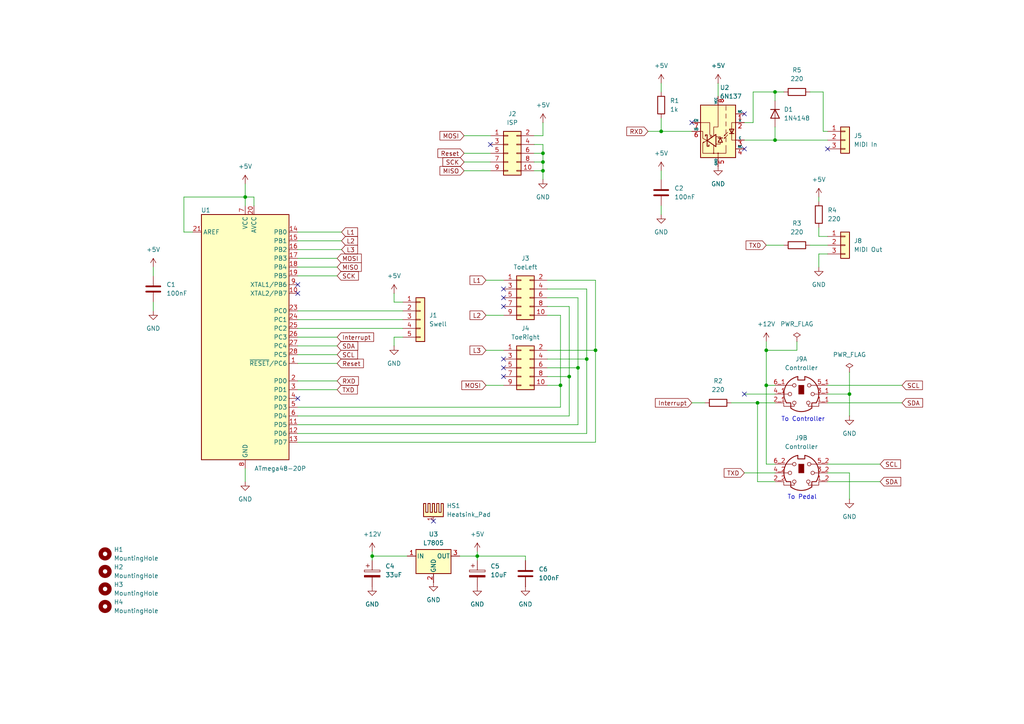
<source format=kicad_sch>
(kicad_sch (version 20231120) (generator "eeschema") (generator_version "8.0")
  (paper "A4")
  (lib_symbols
    (symbol "Connector_Generic:Conn_01x03" (pin_names (offset 1.016) hide)
      (property "Reference" "J" (at 0 5.08 0))
      (property "Value" "Conn_01x03" (at 0 -5.08 0))
      (symbol "Conn_01x03_1_1"
        (rectangle (start -1.27 -2.413) (end 0 -2.667) (stroke (width 0.1524)))
        (rectangle (start -1.27 0.127) (end 0 -0.127) (stroke (width 0.1524)))
        (rectangle (start -1.27 2.667) (end 0 2.413) (stroke (width 0.1524)))
        (rectangle (start -1.27 3.81) (end 1.27 -3.81) (stroke (width 0.254)) (fill (type background)))
        (pin passive line (at -5.08 2.54 0) (length 3.81) (name "Pin_1") (number "1"))
        (pin passive line (at -5.08 0 0) (length 3.81) (name "Pin_2") (number "2"))
        (pin passive line (at -5.08 -2.54 0) (length 3.81) (name "Pin_3") (number "3"))
      )
    )
    (symbol "Connector_Generic:Conn_01x05" (pin_names (offset 1.016) hide)
      (property "Reference" "J" (at 0 7.62 0))
      (property "Value" "Conn_01x05" (at 0 -7.62 0))
      (symbol "Conn_01x05_1_1"
        (rectangle (start -1.27 -4.953) (end 0 -5.207) (stroke (width 0.1524)))
        (rectangle (start -1.27 -2.413) (end 0 -2.667) (stroke (width 0.1524)))
        (rectangle (start -1.27 0.127) (end 0 -0.127) (stroke (width 0.1524)))
        (rectangle (start -1.27 2.667) (end 0 2.413) (stroke (width 0.1524)))
        (rectangle (start -1.27 5.207) (end 0 4.953) (stroke (width 0.1524)))
        (rectangle (start -1.27 6.35) (end 1.27 -6.35) (stroke (width 0.254)) (fill (type background)))
        (pin passive line (at -5.08 5.08 0) (length 3.81) (name "Pin_1") (number "1"))
        (pin passive line (at -5.08 2.54 0) (length 3.81) (name "Pin_2") (number "2"))
        (pin passive line (at -5.08 0 0) (length 3.81) (name "Pin_3") (number "3"))
        (pin passive line (at -5.08 -2.54 0) (length 3.81) (name "Pin_4") (number "4"))
        (pin passive line (at -5.08 -5.08 0) (length 3.81) (name "Pin_5") (number "5"))
      )
    )
    (symbol "Connector_Generic:Conn_02x05_Odd_Even" (pin_names (offset 1.016) hide)
      (property "Reference" "J" (at 1.27 7.62 0))
      (property "Value" "Conn_02x05_Odd_Even" (at 1.27 -7.62 0))
      (symbol "Conn_02x05_Odd_Even_1_1"
        (rectangle (start -1.27 -4.953) (end 0 -5.207) (stroke (width 0.1524)))
        (rectangle (start -1.27 -2.413) (end 0 -2.667) (stroke (width 0.1524)))
        (rectangle (start -1.27 0.127) (end 0 -0.127) (stroke (width 0.1524)))
        (rectangle (start -1.27 2.667) (end 0 2.413) (stroke (width 0.1524)))
        (rectangle (start -1.27 5.207) (end 0 4.953) (stroke (width 0.1524)))
        (rectangle (start -1.27 6.35) (end 3.81 -6.35) (stroke (width 0.254)) (fill (type background)))
        (rectangle (start 3.81 -4.953) (end 2.54 -5.207) (stroke (width 0.1524)))
        (rectangle (start 3.81 -2.413) (end 2.54 -2.667) (stroke (width 0.1524)))
        (rectangle (start 3.81 0.127) (end 2.54 -0.127) (stroke (width 0.1524)))
        (rectangle (start 3.81 2.667) (end 2.54 2.413) (stroke (width 0.1524)))
        (rectangle (start 3.81 5.207) (end 2.54 4.953) (stroke (width 0.1524)))
        (pin passive line (at -5.08 5.08 0) (length 3.81) (name "Pin_1") (number "1"))
        (pin passive line (at 7.62 -5.08 180) (length 3.81) (name "Pin_10") (number "10"))
        (pin passive line (at 7.62 5.08 180) (length 3.81) (name "Pin_2") (number "2"))
        (pin passive line (at -5.08 2.54 0) (length 3.81) (name "Pin_3") (number "3"))
        (pin passive line (at 7.62 2.54 180) (length 3.81) (name "Pin_4") (number "4"))
        (pin passive line (at -5.08 0 0) (length 3.81) (name "Pin_5") (number "5"))
        (pin passive line (at 7.62 0 180) (length 3.81) (name "Pin_6") (number "6"))
        (pin passive line (at -5.08 -2.54 0) (length 3.81) (name "Pin_7") (number "7"))
        (pin passive line (at 7.62 -2.54 180) (length 3.81) (name "Pin_8") (number "8"))
        (pin passive line (at -5.08 -5.08 0) (length 3.81) (name "Pin_9") (number "9"))
      )
    )
    (symbol "Custom_Symbols:Mini-DIN-2x6" (pin_names (offset 1.016))
      (property "Reference" "J" (at 0 6.35 0))
      (property "Value" "Mini-DIN-2x6" (at 0 -6.35 0))
      (symbol "Mini-DIN-2x6_0_1"
        (circle (center -3.302 0) (radius 0.508))
        (arc (start -3.048 -4.064) (mid 0 -5.08) (end 3.048 -4.064) (stroke (width 0.254)))
        (circle (center -2.032 -2.54) (radius 0.508))
        (circle (center -2.032 2.54) (radius 0.508))
        (arc (start -1.016 5.08) (mid -4.6228 2.1214) (end -4.318 -2.54) (stroke (width 0.254)))
        (rectangle (start -0.762 2.54) (end 0.762 0) (fill (type outline)))
        (polyline (pts (xy -3.81 0) (xy -5.08 0)))
        (polyline (pts (xy -2.54 2.54) (xy -5.08 2.54)))
        (polyline (pts (xy 2.794 2.54) (xy 5.08 2.54)))
        (polyline (pts (xy 5.08 0) (xy 3.81 0)))
        (polyline (pts (xy -4.318 -2.54) (xy -3.048 -2.54) (xy -3.048 -4.064)) (stroke (width 0.254)))
        (polyline (pts (xy 4.318 -2.54) (xy 3.048 -2.54) (xy 3.048 -4.064)) (stroke (width 0.254)))
        (polyline (pts (xy -2.032 -3.048) (xy -2.032 -3.556) (xy -5.08 -3.556) (xy -5.08 -2.54)))
        (polyline (pts (xy -1.016 5.08) (xy -1.016 4.064) (xy 1.016 4.064) (xy 1.016 5.08)) (stroke (width 0.254)))
        (polyline (pts (xy 2.032 -3.048) (xy 2.032 -3.556) (xy 5.08 -3.556) (xy 5.08 -2.54)))
        (circle (center 2.032 -2.54) (radius 0.508))
        (circle (center 2.286 2.54) (radius 0.508))
        (circle (center 3.302 0) (radius 0.508))
        (arc (start 4.318 -2.54) (mid 4.6661 2.1322) (end 1.016 5.08) (stroke (width 0.254)))
      )
      (symbol "Mini-DIN-2x6_1_1"
        (pin passive line (at 7.62 -2.54 180) (length 2.54) (name "~") (number "1_1"))
        (pin passive line (at -7.62 -2.54 0) (length 2.54) (name "~") (number "2_1"))
        (pin passive line (at 7.62 0 180) (length 2.54) (name "~") (number "3_1"))
        (pin passive line (at -7.62 0 0) (length 2.54) (name "~") (number "4_1"))
        (pin passive line (at 7.62 2.54 180) (length 2.54) (name "~") (number "5_1"))
        (pin passive line (at -7.62 2.54 0) (length 2.54) (name "~") (number "6_1"))
      )
      (symbol "Mini-DIN-2x6_2_1"
        (pin passive line (at 7.62 -2.54 180) (length 2.54) (name "~") (number "1_2"))
        (pin passive line (at -7.62 -2.54 0) (length 2.54) (name "~") (number "2_2"))
        (pin passive line (at 7.62 0 180) (length 2.54) (name "~") (number "3_2"))
        (pin passive line (at -7.62 0 0) (length 2.54) (name "~") (number "4_2"))
        (pin passive line (at 7.62 2.54 180) (length 2.54) (name "~") (number "5_2"))
        (pin passive line (at -7.62 2.54 0) (length 2.54) (name "~") (number "6_2"))
      )
    )
    (symbol "Device:C" (pin_numbers hide) (pin_names (offset 0.254))
      (property "Reference" "C" (at 0.635 2.54 0))
      (property "Value" "C" (at 0.635 -2.54 0))
      (symbol "C_0_1"
        (polyline (pts (xy -2.032 -0.762) (xy 2.032 -0.762)) (stroke (width 0.508)))
        (polyline (pts (xy -2.032 0.762) (xy 2.032 0.762)) (stroke (width 0.508)))
      )
      (symbol "C_1_1"
        (pin passive line (at 0 3.81 270) (length 2.794) (name "~") (number "1"))
        (pin passive line (at 0 -3.81 90) (length 2.794) (name "~") (number "2"))
      )
    )
    (symbol "Device:C_Polarized" (pin_numbers hide) (pin_names (offset 0.254))
      (property "Reference" "C" (at 0.635 2.54 0))
      (property "Value" "C_Polarized" (at 0.635 -2.54 0))
      (symbol "C_Polarized_0_1"
        (rectangle (start -2.286 0.508) (end 2.286 1.016))
        (polyline (pts (xy -1.778 2.286) (xy -0.762 2.286)))
        (polyline (pts (xy -1.27 2.794) (xy -1.27 1.778)))
        (rectangle (start 2.286 -0.508) (end -2.286 -1.016) (fill (type outline)))
      )
      (symbol "C_Polarized_1_1"
        (pin passive line (at 0 3.81 270) (length 2.794) (name "~") (number "1"))
        (pin passive line (at 0 -3.81 90) (length 2.794) (name "~") (number "2"))
      )
    )
    (symbol "Device:R" (pin_numbers hide) (pin_names (offset 0))
      (property "Reference" "R" (at 2.032 0 90))
      (property "Value" "R" (at 0 0 90))
      (symbol "R_0_1"
        (rectangle (start -1.016 -2.54) (end 1.016 2.54) (stroke (width 0.254)))
      )
      (symbol "R_1_1"
        (pin passive line (at 0 3.81 270) (length 1.27) (name "~") (number "1"))
        (pin passive line (at 0 -3.81 90) (length 1.27) (name "~") (number "2"))
      )
    )
    (symbol "Diode:1N4148" (pin_numbers hide) (pin_names hide)
      (property "Reference" "D" (at 0 2.54 0))
      (property "Value" "1N4148" (at 0 -2.54 0))
      (symbol "1N4148_0_1"
        (polyline (pts (xy -1.27 1.27) (xy -1.27 -1.27)) (stroke (width 0.254)))
        (polyline (pts (xy 1.27 0) (xy -1.27 0)))
        (polyline (pts (xy 1.27 1.27) (xy 1.27 -1.27) (xy -1.27 0) (xy 1.27 1.27)) (stroke (width 0.254)))
      )
      (symbol "1N4148_1_1"
        (pin passive line (at -3.81 0 0) (length 2.54) (name "K") (number "1"))
        (pin passive line (at 3.81 0 180) (length 2.54) (name "A") (number "2"))
      )
    )
    (symbol "Isolator:6N137" (pin_names (offset 0))
      (property "Reference" "U" (at -4.064 8.89 0))
      (property "Value" "6N137" (at 0 -8.89 0))
      (symbol "6N137_0_1"
        (polyline (pts (xy 0 -6.35) (xy -2.286 -6.35) (xy -2.286 -4.064)))
        (polyline (pts (xy -5.08 -2.54) (xy -3.937 -2.54) (xy -3.937 2.54) (xy -5.08 2.54)))
        (polyline (pts (xy 1.27 -5.08) (xy 1.27 -6.35) (xy 0 -6.35) (xy 0 -7.62)))
        (polyline (pts (xy 3.175 -2.667) (xy 0.635 -4.445) (xy 0.635 -0.889) (xy 3.175 -2.667)) (stroke (width 0.254)))
        (polyline (pts (xy -2.794 -1.016) (xy -1.717 -2.093) (xy -2.076 -1.914) (xy -1.896 -1.734) (xy -1.717 -2.093)))
        (polyline (pts (xy -2.794 -0.254) (xy -1.717 -1.331) (xy -2.076 -1.152) (xy -1.896 -0.972) (xy -1.717 -1.331)))
      )
      (symbol "6N137_1_1"
        (rectangle (start -5.08 7.62) (end 5.08 -7.62) (stroke (width 0.254)) (fill (type background)))
        (circle (center 0 -6.35) (radius 0.127) (fill (type outline)))
        (polyline (pts (xy -4.572 -0.635) (xy -3.302 -0.635)) (stroke (width 0.254)))
        (polyline (pts (xy -2.286 -1.778) (xy -2.286 -3.048)))
        (polyline (pts (xy -2.286 0.508) (xy -2.286 -0.762)))
        (polyline (pts (xy -2.286 2.794) (xy -2.286 1.524)))
        (polyline (pts (xy -2.286 5.08) (xy -2.286 3.81)))
        (polyline (pts (xy -2.286 7.366) (xy -2.286 6.096)))
        (polyline (pts (xy -1.27 -1.905) (xy 0 -1.905)) (stroke (width 0.254)))
        (polyline (pts (xy -0.635 -3.302) (xy -0.635 -3.683) (xy 0.635 -3.683)))
        (polyline (pts (xy -0.635 -1.905) (xy -0.635 -1.524) (xy 0.508 -1.524)))
        (polyline (pts (xy 1.27 -4.064) (xy 1.27 -6.35) (xy 4.445 -6.35)))
        (polyline (pts (xy 3.175 -2.667) (xy 4.445 -3.302) (xy 4.445 -6.35)))
        (polyline (pts (xy -3.937 -0.635) (xy -4.572 0.635) (xy -3.302 0.635) (xy -3.937 -0.635)) (stroke (width 0.254)))
        (polyline (pts (xy -0.635 -1.905) (xy -1.27 -3.175) (xy 0 -3.175) (xy -0.635 -1.905)) (stroke (width 0.254)))
        (polyline (pts (xy 1.27 -1.27) (xy 1.27 1.27) (xy 0 1.27) (xy 0 7.62)))
        (polyline (pts (xy 2.1844 -1.1684) (xy 2.413 -0.889) (xy 2.413 2.54) (xy 5.08 2.54)))
        (polyline (pts (xy 3.175 -2.667) (xy 3.175 -4.318) (xy 2.667 -4.318) (xy 2.667 -3.937)) (stroke (width 0.254)))
        (polyline (pts (xy 3.175 -2.667) (xy 3.175 -1.016) (xy 3.683 -1.016) (xy 3.683 -1.397)) (stroke (width 0.254)))
        (polyline (pts (xy 3.175 -2.667) (xy 4.445 -2.032) (xy 4.445 0) (xy 5.08 0)))
        (polyline (pts (xy 4.445 -3.302) (xy 4.161 -3.018) (xy 4.047 -3.246) (xy 4.445 -3.302)) (stroke (width 0.127)) (fill (type outline)))
        (circle (center 1.27 -6.35) (radius 0.127) (fill (type outline)))
        (circle (center 2.032 -1.397) (radius 0.254))
        (pin passive line (at -7.62 5.08 0) (length 2.54) (name "NC") (number "1"))
        (pin passive line (at -7.62 2.54 0) (length 2.54) (name "A") (number "2"))
        (pin passive line (at -7.62 -2.54 0) (length 2.54) (name "C") (number "3"))
        (pin passive line (at -7.62 -5.08 0) (length 2.54) (name "NC") (number "4"))
        (pin power_in line (at 0 -10.16 90) (length 2.54) (name "GND") (number "5"))
        (pin open_collector line (at 7.62 0 180) (length 2.54) (name "VO") (number "6"))
        (pin input line (at 7.62 2.54 180) (length 2.54) (name "EN") (number "7"))
        (pin power_in line (at 0 10.16 270) (length 2.54) (name "VCC") (number "8"))
      )
    )
    (symbol "MCU_Microchip_ATmega:ATmega48-20P"
      (property "Reference" "U" (at -12.7 36.83 0))
      (property "Value" "ATmega48-20P" (at 2.54 -36.83 0))
      (symbol "ATmega48-20P_0_1"
        (rectangle (start -12.7 -35.56) (end 12.7 35.56) (stroke (width 0.254)) (fill (type background)))
      )
      (symbol "ATmega48-20P_1_1"
        (pin bidirectional line (at 15.24 -7.62 180) (length 2.54) (name "~{RESET}/PC6") (number "1"))
        (pin bidirectional line (at 15.24 12.7 180) (length 2.54) (name "XTAL2/PB7") (number "10"))
        (pin bidirectional line (at 15.24 -25.4 180) (length 2.54) (name "PD5") (number "11"))
        (pin bidirectional line (at 15.24 -27.94 180) (length 2.54) (name "PD6") (number "12"))
        (pin bidirectional line (at 15.24 -30.48 180) (length 2.54) (name "PD7") (number "13"))
        (pin bidirectional line (at 15.24 30.48 180) (length 2.54) (name "PB0") (number "14"))
        (pin bidirectional line (at 15.24 27.94 180) (length 2.54) (name "PB1") (number "15"))
        (pin bidirectional line (at 15.24 25.4 180) (length 2.54) (name "PB2") (number "16"))
        (pin bidirectional line (at 15.24 22.86 180) (length 2.54) (name "PB3") (number "17"))
        (pin bidirectional line (at 15.24 20.32 180) (length 2.54) (name "PB4") (number "18"))
        (pin bidirectional line (at 15.24 17.78 180) (length 2.54) (name "PB5") (number "19"))
        (pin bidirectional line (at 15.24 -12.7 180) (length 2.54) (name "PD0") (number "2"))
        (pin power_in line (at 2.54 38.1 270) (length 2.54) (name "AVCC") (number "20"))
        (pin passive line (at -15.24 30.48 0) (length 2.54) (name "AREF") (number "21"))
        (pin passive line (at 0 -38.1 90) (length 2.54) hide (name "GND") (number "22"))
        (pin bidirectional line (at 15.24 7.62 180) (length 2.54) (name "PC0") (number "23"))
        (pin bidirectional line (at 15.24 5.08 180) (length 2.54) (name "PC1") (number "24"))
        (pin bidirectional line (at 15.24 2.54 180) (length 2.54) (name "PC2") (number "25"))
        (pin bidirectional line (at 15.24 0 180) (length 2.54) (name "PC3") (number "26"))
        (pin bidirectional line (at 15.24 -2.54 180) (length 2.54) (name "PC4") (number "27"))
        (pin bidirectional line (at 15.24 -5.08 180) (length 2.54) (name "PC5") (number "28"))
        (pin bidirectional line (at 15.24 -15.24 180) (length 2.54) (name "PD1") (number "3"))
        (pin bidirectional line (at 15.24 -17.78 180) (length 2.54) (name "PD2") (number "4"))
        (pin bidirectional line (at 15.24 -20.32 180) (length 2.54) (name "PD3") (number "5"))
        (pin bidirectional line (at 15.24 -22.86 180) (length 2.54) (name "PD4") (number "6"))
        (pin power_in line (at 0 38.1 270) (length 2.54) (name "VCC") (number "7"))
        (pin power_in line (at 0 -38.1 90) (length 2.54) (name "GND") (number "8"))
        (pin bidirectional line (at 15.24 15.24 180) (length 2.54) (name "XTAL1/PB6") (number "9"))
      )
    )
    (symbol "Mechanical:Heatsink_Pad" (pin_names (offset 0))
      (property "Reference" "HS" (at 0 5.715 0))
      (property "Value" "Heatsink_Pad" (at 0 3.81 0))
      (symbol "Heatsink_Pad_0_1"
        (polyline (pts (xy -0.3302 0) (xy -0.9652 0) (xy -0.9652 2.54) (xy -1.6002 2.54) (xy -1.6002 0) (xy -2.2352 0) (xy -2.2352 2.54) (xy -2.8702 2.54) (xy -2.8702 -1.27) (xy -0.9652 -1.27)) (stroke (width 0.254)) (fill (type background)))
        (polyline (pts (xy -0.3302 0) (xy -0.3302 2.54) (xy 0.3048 2.54) (xy 0.3048 0) (xy 0.9398 0) (xy 0.9398 2.54) (xy 1.5748 2.54) (xy 1.5748 0) (xy 2.2098 0) (xy 2.2098 2.54) (xy 2.8448 2.54) (xy 2.8448 -1.27) (xy -0.9652 -1.27)) (stroke (width 0.254)) (fill (type background)))
      )
      (symbol "Heatsink_Pad_1_1"
        (pin passive line (at 0 -2.54 90) (length 1.27) (name "~") (number "1"))
      )
    )
    (symbol "Mechanical:MountingHole" (pin_names (offset 1.016))
      (property "Reference" "H" (at 0 5.08 0))
      (property "Value" "MountingHole" (at 0 3.175 0))
      (symbol "MountingHole_0_1"
        (circle (center 0 0) (radius 1.27) (stroke (width 1.27)))
      )
    )
    (symbol "Regulator_Linear:L7805" (pin_names (offset 0.254))
      (property "Reference" "U" (at -3.81 3.175 0))
      (property "Value" "L7805" (at 0 3.175 0))
      (symbol "L7805_0_1"
        (rectangle (start -5.08 1.905) (end 5.08 -5.08) (stroke (width 0.254)) (fill (type background)))
      )
      (symbol "L7805_1_1"
        (pin power_in line (at -7.62 0 0) (length 2.54) (name "IN") (number "1"))
        (pin power_in line (at 0 -7.62 90) (length 2.54) (name "GND") (number "2"))
        (pin power_out line (at 7.62 0 180) (length 2.54) (name "OUT") (number "3"))
      )
    )
    (symbol "power:+12V" (power) (pin_numbers hide) (pin_names (offset 0) hide)
      (property "Value" "+12V" (at 0 3.556 0))
      (symbol "+12V_0_1"
        (polyline (pts (xy -0.762 1.27) (xy 0 2.54)))
        (polyline (pts (xy 0 0) (xy 0 2.54)))
        (polyline (pts (xy 0 2.54) (xy 0.762 1.27)))
      )
      (symbol "+12V_1_1"
        (pin power_in line (at 0 0 90) (length 0) (name "~") (number "1"))
      )
    )
    (symbol "power:+5V" (power) (pin_numbers hide) (pin_names (offset 0) hide)
      (property "Value" "+5V" (at 0 3.556 0))
      (symbol "+5V_0_1"
        (polyline (pts (xy -0.762 1.27) (xy 0 2.54)))
        (polyline (pts (xy 0 0) (xy 0 2.54)))
        (polyline (pts (xy 0 2.54) (xy 0.762 1.27)))
      )
      (symbol "+5V_1_1"
        (pin power_in line (at 0 0 90) (length 0) (name "~") (number "1"))
      )
    )
    (symbol "power:GND" (power) (pin_numbers hide) (pin_names (offset 0) hide)
      (property "Value" "GND" (at 0 -3.81 0))
      (symbol "GND_0_1"
        (polyline (pts (xy 0 0) (xy 0 -1.27) (xy 1.27 -1.27) (xy 0 -2.54) (xy -1.27 -1.27) (xy 0 -1.27)))
      )
      (symbol "GND_1_1"
        (pin power_in line (at 0 0 270) (length 0) (name "~") (number "1"))
      )
    )
    (symbol "power:PWR_FLAG" (power) (pin_numbers hide) (pin_names (offset 0) hide)
      (property "Value" "PWR_FLAG" (at 0 3.81 0))
      (symbol "PWR_FLAG_0_0"
        (pin power_out line (at 0 0 90) (length 0) (name "~") (number "1"))
      )
      (symbol "PWR_FLAG_0_1"
        (polyline (pts (xy 0 0) (xy 0 1.27) (xy -1.016 1.905) (xy 0 2.54) (xy 1.016 1.905) (xy 0 1.27)))
      )
    )
  )
  (junction (at 157.48 46.99))
  (junction (at 157.48 49.53))
  (junction (at 172.72 101.6))
  (junction (at 224.79 26.67))
  (junction (at 246.38 114.3))
  (junction (at 107.95 161.29))
  (junction (at 219.71 116.84))
  (junction (at 71.12 57.15))
  (junction (at 222.25 101.6))
  (junction (at 224.79 40.64))
  (junction (at 191.77 38.1))
  (junction (at 165.1 109.22))
  (junction (at 170.18 104.14))
  (junction (at 167.64 106.68))
  (junction (at 162.56 111.76))
  (junction (at 138.43 161.29))
  (junction (at 157.48 44.45))
  (junction (at 222.25 111.76))
  (no_connect (at 200.66 35.56))
  (no_connect (at 146.05 109.22))
  (no_connect (at 215.9 33.02))
  (no_connect (at 146.05 104.14))
  (no_connect (at 146.05 106.68))
  (no_connect (at 146.05 88.9))
  (no_connect (at 215.9 43.18))
  (no_connect (at 215.9 114.3))
  (no_connect (at 86.36 115.57))
  (no_connect (at 86.36 82.55))
  (no_connect (at 86.36 85.09))
  (no_connect (at 142.24 41.91))
  (no_connect (at 240.03 43.18))
  (no_connect (at 146.05 86.36))
  (no_connect (at 146.05 83.82))
  (no_connect (at 125.73 151.13))
  (wire (pts (xy 167.64 106.68) (xy 167.64 123.19)))
  (wire (pts (xy 157.48 44.45) (xy 157.48 46.99)))
  (wire (pts (xy 138.43 161.29) (xy 152.4 161.29)))
  (wire (pts (xy 224.79 114.3) (xy 215.9 114.3)))
  (wire (pts (xy 240.03 139.7) (xy 255.27 139.7)))
  (wire (pts (xy 240.03 114.3) (xy 246.38 114.3)))
  (wire (pts (xy 158.75 91.44) (xy 162.56 91.44)))
  (wire (pts (xy 71.12 135.89) (xy 71.12 139.7)))
  (wire (pts (xy 157.48 39.37) (xy 157.48 35.56)))
  (wire (pts (xy 219.71 139.7) (xy 224.79 139.7)))
  (wire (pts (xy 73.66 57.15) (xy 73.66 59.69)))
  (wire (pts (xy 246.38 114.3) (xy 246.38 120.65)))
  (wire (pts (xy 234.95 71.12) (xy 240.03 71.12)))
  (wire (pts (xy 224.79 116.84) (xy 219.71 116.84)))
  (wire (pts (xy 222.25 101.6) (xy 222.25 111.76)))
  (wire (pts (xy 167.64 86.36) (xy 167.64 106.68)))
  (wire (pts (xy 86.36 110.49) (xy 97.79 110.49)))
  (wire (pts (xy 191.77 49.53) (xy 191.77 52.07)))
  (wire (pts (xy 170.18 83.82) (xy 158.75 83.82)))
  (wire (pts (xy 86.36 113.03) (xy 97.79 113.03)))
  (wire (pts (xy 133.35 161.29) (xy 138.43 161.29)))
  (wire (pts (xy 158.75 86.36) (xy 167.64 86.36)))
  (wire (pts (xy 165.1 88.9) (xy 158.75 88.9)))
  (wire (pts (xy 238.76 26.67) (xy 234.95 26.67)))
  (wire (pts (xy 134.62 39.37) (xy 142.24 39.37)))
  (wire (pts (xy 71.12 53.34) (xy 71.12 57.15)))
  (wire (pts (xy 158.75 104.14) (xy 170.18 104.14)))
  (wire (pts (xy 157.48 49.53) (xy 157.48 52.07)))
  (wire (pts (xy 114.3 97.79) (xy 114.3 100.33)))
  (wire (pts (xy 53.34 57.15) (xy 71.12 57.15)))
  (wire (pts (xy 237.49 68.58) (xy 240.03 68.58)))
  (wire (pts (xy 154.94 49.53) (xy 157.48 49.53)))
  (wire (pts (xy 215.9 35.56) (xy 218.44 35.56)))
  (wire (pts (xy 44.45 77.47) (xy 44.45 80.01)))
  (wire (pts (xy 86.36 90.17) (xy 116.84 90.17)))
  (wire (pts (xy 140.97 81.28) (xy 146.05 81.28)))
  (wire (pts (xy 140.97 101.6) (xy 146.05 101.6)))
  (wire (pts (xy 86.36 120.65) (xy 165.1 120.65)))
  (wire (pts (xy 237.49 77.47) (xy 237.49 73.66)))
  (wire (pts (xy 86.36 100.33) (xy 97.79 100.33)))
  (wire (pts (xy 162.56 91.44) (xy 162.56 111.76)))
  (wire (pts (xy 86.36 102.87) (xy 97.79 102.87)))
  (wire (pts (xy 86.36 123.19) (xy 167.64 123.19)))
  (wire (pts (xy 86.36 118.11) (xy 162.56 118.11)))
  (wire (pts (xy 154.94 46.99) (xy 157.48 46.99)))
  (wire (pts (xy 191.77 38.1) (xy 200.66 38.1)))
  (wire (pts (xy 224.79 26.67) (xy 224.79 29.21)))
  (wire (pts (xy 238.76 38.1) (xy 238.76 26.67)))
  (wire (pts (xy 86.36 128.27) (xy 172.72 128.27)))
  (wire (pts (xy 140.97 91.44) (xy 146.05 91.44)))
  (wire (pts (xy 114.3 87.63) (xy 116.84 87.63)))
  (wire (pts (xy 158.75 101.6) (xy 172.72 101.6)))
  (wire (pts (xy 240.03 137.16) (xy 246.38 137.16)))
  (wire (pts (xy 231.14 101.6) (xy 222.25 101.6)))
  (wire (pts (xy 86.36 67.31) (xy 99.06 67.31)))
  (wire (pts (xy 71.12 57.15) (xy 73.66 57.15)))
  (wire (pts (xy 138.43 160.02) (xy 138.43 161.29)))
  (wire (pts (xy 219.71 116.84) (xy 219.71 139.7)))
  (wire (pts (xy 86.36 125.73) (xy 170.18 125.73)))
  (wire (pts (xy 107.95 160.02) (xy 107.95 161.29)))
  (wire (pts (xy 107.95 161.29) (xy 118.11 161.29)))
  (wire (pts (xy 240.03 38.1) (xy 238.76 38.1)))
  (wire (pts (xy 86.36 72.39) (xy 99.06 72.39)))
  (wire (pts (xy 224.79 26.67) (xy 227.33 26.67)))
  (wire (pts (xy 208.28 24.13) (xy 208.28 27.94)))
  (wire (pts (xy 53.34 67.31) (xy 53.34 57.15)))
  (wire (pts (xy 187.96 38.1) (xy 191.77 38.1)))
  (wire (pts (xy 86.36 69.85) (xy 99.06 69.85)))
  (wire (pts (xy 55.88 67.31) (xy 53.34 67.31)))
  (wire (pts (xy 165.1 120.65) (xy 165.1 109.22)))
  (wire (pts (xy 158.75 111.76) (xy 162.56 111.76)))
  (wire (pts (xy 158.75 109.22) (xy 165.1 109.22)))
  (wire (pts (xy 86.36 95.25) (xy 116.84 95.25)))
  (wire (pts (xy 222.25 111.76) (xy 222.25 134.62)))
  (wire (pts (xy 86.36 74.93) (xy 97.79 74.93)))
  (wire (pts (xy 154.94 44.45) (xy 157.48 44.45)))
  (wire (pts (xy 222.25 71.12) (xy 227.33 71.12)))
  (wire (pts (xy 191.77 59.69) (xy 191.77 62.23)))
  (wire (pts (xy 200.66 116.84) (xy 204.47 116.84)))
  (wire (pts (xy 237.49 57.15) (xy 237.49 58.42)))
  (wire (pts (xy 154.94 39.37) (xy 157.48 39.37)))
  (wire (pts (xy 215.9 40.64) (xy 224.79 40.64)))
  (wire (pts (xy 170.18 125.73) (xy 170.18 104.14)))
  (wire (pts (xy 237.49 73.66) (xy 240.03 73.66)))
  (wire (pts (xy 224.79 111.76) (xy 222.25 111.76)))
  (wire (pts (xy 224.79 40.64) (xy 240.03 40.64)))
  (wire (pts (xy 215.9 137.16) (xy 224.79 137.16)))
  (wire (pts (xy 222.25 99.06) (xy 222.25 101.6)))
  (wire (pts (xy 107.95 162.56) (xy 107.95 161.29)))
  (wire (pts (xy 116.84 97.79) (xy 114.3 97.79)))
  (wire (pts (xy 172.72 81.28) (xy 172.72 101.6)))
  (wire (pts (xy 240.03 111.76) (xy 261.62 111.76)))
  (wire (pts (xy 152.4 162.56) (xy 152.4 161.29)))
  (wire (pts (xy 172.72 101.6) (xy 172.72 128.27)))
  (wire (pts (xy 154.94 41.91) (xy 157.48 41.91)))
  (wire (pts (xy 218.44 26.67) (xy 224.79 26.67)))
  (wire (pts (xy 86.36 97.79) (xy 97.79 97.79)))
  (wire (pts (xy 86.36 77.47) (xy 97.79 77.47)))
  (wire (pts (xy 86.36 105.41) (xy 97.79 105.41)))
  (wire (pts (xy 86.36 92.71) (xy 116.84 92.71)))
  (wire (pts (xy 138.43 161.29) (xy 138.43 162.56)))
  (wire (pts (xy 140.97 111.76) (xy 146.05 111.76)))
  (wire (pts (xy 231.14 99.06) (xy 231.14 101.6)))
  (wire (pts (xy 212.09 116.84) (xy 219.71 116.84)))
  (wire (pts (xy 114.3 85.09) (xy 114.3 87.63)))
  (wire (pts (xy 222.25 134.62) (xy 224.79 134.62)))
  (wire (pts (xy 224.79 36.83) (xy 224.79 40.64)))
  (wire (pts (xy 71.12 57.15) (xy 71.12 59.69)))
  (wire (pts (xy 134.62 44.45) (xy 142.24 44.45)))
  (wire (pts (xy 246.38 137.16) (xy 246.38 144.78)))
  (wire (pts (xy 157.48 46.99) (xy 157.48 49.53)))
  (wire (pts (xy 218.44 35.56) (xy 218.44 26.67)))
  (wire (pts (xy 134.62 46.99) (xy 142.24 46.99)))
  (wire (pts (xy 162.56 111.76) (xy 162.56 118.11)))
  (wire (pts (xy 158.75 106.68) (xy 167.64 106.68)))
  (wire (pts (xy 240.03 116.84) (xy 261.62 116.84)))
  (wire (pts (xy 86.36 80.01) (xy 97.79 80.01)))
  (wire (pts (xy 240.03 134.62) (xy 255.27 134.62)))
  (wire (pts (xy 134.62 49.53) (xy 142.24 49.53)))
  (wire (pts (xy 157.48 41.91) (xy 157.48 44.45)))
  (wire (pts (xy 44.45 87.63) (xy 44.45 90.17)))
  (wire (pts (xy 165.1 109.22) (xy 165.1 88.9)))
  (wire (pts (xy 170.18 104.14) (xy 170.18 83.82)))
  (wire (pts (xy 246.38 107.95) (xy 246.38 114.3)))
  (wire (pts (xy 191.77 24.13) (xy 191.77 26.67)))
  (wire (pts (xy 237.49 66.04) (xy 237.49 68.58)))
  (wire (pts (xy 158.75 81.28) (xy 172.72 81.28)))
  (wire (pts (xy 191.77 34.29) (xy 191.77 38.1)))
  (text "To Controller" (at 232.918 121.666 0) (effects (font (size 1.27 1.27))))
  (text "To Pedal" (at 232.664 144.272 0) (effects (font (size 1.27 1.27))))
  (global_label "MOSI" (shape input) (at 97.79 74.93 0) (property "Intersheetrefs" "${INTERSHEET_REFS}" (effects (hide yes))))
  (global_label "Interrupt" (shape input) (at 97.79 97.79 0) (property "Intersheetrefs" "${INTERSHEET_REFS}" (effects (hide yes))))
  (global_label "RXD" (shape input) (at 97.79 110.49 0) (property "Intersheetrefs" "${INTERSHEET_REFS}" (effects (hide yes))))
  (global_label "L1" (shape input) (at 99.06 67.31 0) (property "Intersheetrefs" "${INTERSHEET_REFS}" (effects (hide yes))))
  (global_label "TXD" (shape input) (at 97.79 113.03 0) (property "Intersheetrefs" "${INTERSHEET_REFS}" (effects (hide yes))))
  (global_label "SDA" (shape input) (at 261.62 116.84 0) (property "Intersheetrefs" "${INTERSHEET_REFS}" (effects (hide yes))))
  (global_label "RXD" (shape input) (at 187.96 38.1 180) (property "Intersheetrefs" "${INTERSHEET_REFS}" (effects (hide yes))))
  (global_label "MOSI" (shape input) (at 140.97 111.76 180) (property "Intersheetrefs" "${INTERSHEET_REFS}" (effects (hide yes))))
  (global_label "SCL" (shape input) (at 255.27 134.62 0) (property "Intersheetrefs" "${INTERSHEET_REFS}" (effects (hide yes))))
  (global_label "L3" (shape input) (at 140.97 101.6 180) (property "Intersheetrefs" "${INTERSHEET_REFS}" (effects (hide yes))))
  (global_label "L2" (shape input) (at 99.06 69.85 0) (property "Intersheetrefs" "${INTERSHEET_REFS}" (effects (hide yes))))
  (global_label "Reset" (shape input) (at 97.79 105.41 0) (property "Intersheetrefs" "${INTERSHEET_REFS}" (effects (hide yes))))
  (global_label "MISO" (shape input) (at 134.62 49.53 180) (property "Intersheetrefs" "${INTERSHEET_REFS}" (effects (hide yes))))
  (global_label "Reset" (shape input) (at 134.62 44.45 180) (property "Intersheetrefs" "${INTERSHEET_REFS}" (effects (hide yes))))
  (global_label "L3" (shape input) (at 99.06 72.39 0) (property "Intersheetrefs" "${INTERSHEET_REFS}" (effects (hide yes))))
  (global_label "SCK" (shape input) (at 97.79 80.01 0) (property "Intersheetrefs" "${INTERSHEET_REFS}" (effects (hide yes))))
  (global_label "TXD" (shape input) (at 215.9 137.16 180) (property "Intersheetrefs" "${INTERSHEET_REFS}" (effects (hide yes))))
  (global_label "SDA" (shape input) (at 97.79 100.33 0) (property "Intersheetrefs" "${INTERSHEET_REFS}" (effects (hide yes))))
  (global_label "L2" (shape input) (at 140.97 91.44 180) (property "Intersheetrefs" "${INTERSHEET_REFS}" (effects (hide yes))))
  (global_label "Interrupt" (shape input) (at 200.66 116.84 180) (property "Intersheetrefs" "${INTERSHEET_REFS}" (effects (hide yes))))
  (global_label "SCL" (shape input) (at 261.62 111.76 0) (property "Intersheetrefs" "${INTERSHEET_REFS}" (effects (hide yes))))
  (global_label "L1" (shape input) (at 140.97 81.28 180) (property "Intersheetrefs" "${INTERSHEET_REFS}" (effects (hide yes))))
  (global_label "MOSI" (shape input) (at 134.62 39.37 180) (property "Intersheetrefs" "${INTERSHEET_REFS}" (effects (hide yes))))
  (global_label "SDA" (shape input) (at 255.27 139.7 0) (property "Intersheetrefs" "${INTERSHEET_REFS}" (effects (hide yes))))
  (global_label "MISO" (shape input) (at 97.79 77.47 0) (property "Intersheetrefs" "${INTERSHEET_REFS}" (effects (hide yes))))
  (global_label "SCK" (shape input) (at 134.62 46.99 180) (property "Intersheetrefs" "${INTERSHEET_REFS}" (effects (hide yes))))
  (global_label "SCL" (shape input) (at 97.79 102.87 0) (property "Intersheetrefs" "${INTERSHEET_REFS}" (effects (hide yes))))
  (global_label "TXD" (shape input) (at 222.25 71.12 180) (property "Intersheetrefs" "${INTERSHEET_REFS}" (effects (hide yes))))
  (symbol (lib_id "Device:C") (at 44.45 83.82 0) (unit 1)
    (property "Reference" "C1" (at 48.26 82.5499 0) (effects (justify left)))
    (property "Value" "100nF" (at 48.26 85.0899 0) (effects (justify left)))
    (property "Footprint" "Capacitor_THT:C_Disc_D7.5mm_W2.5mm_P5.00mm" (effects (hide yes)))
    (property "Description" "Unpolarized capacitor" (effects (hide yes)))
  )
  (symbol (lib_id "Connector_Generic:Conn_01x03") (at 245.11 40.64 0) (unit 1)
    (property "Reference" "J5" (at 247.65 39.3699 0) (effects (justify left)))
    (property "Value" "MIDI In" (at 247.65 41.9099 0) (effects (justify left)))
    (property "Footprint" "Connector_PinHeader_2.54mm:PinHeader_1x03_P2.54mm_Vertical" (effects (hide yes)))
    (property "Description" "Generic connector, single row, 01x03, script generated (kicad-library-utils/schlib/autogen/connector/)" (effects (hide yes)))
  )
  (symbol (lib_id "Mechanical:MountingHole") (at 30.48 170.815 0) (unit 1)
    (property "Reference" "H3" (at 33.02 169.545 0) (effects (justify left)))
    (property "Value" "MountingHole" (at 33.02 172.085 0) (effects (justify left)))
    (property "Footprint" "MountingHole:MountingHole_3mm" (effects (hide yes)))
    (property "Description" "Mounting Hole without connection" (effects (hide yes)))
  )
  (symbol (lib_id "power:GND") (at 152.4 170.18 0) (unit 1)
    (property "Reference" "#PWR028" (effects (hide yes)))
    (property "Value" "GND" (at 152.4 175.26 0))
    (property "Description" "Power symbol creates a global label with name \"GND\" , ground" (effects (hide yes)))
  )
  (symbol (lib_id "power:GND") (at 138.43 170.18 0) (unit 1)
    (property "Reference" "#PWR027" (effects (hide yes)))
    (property "Value" "GND" (at 138.43 175.26 0))
    (property "Description" "Power symbol creates a global label with name \"GND\" , ground" (effects (hide yes)))
  )
  (symbol (lib_id "Custom_Symbols:Mini-DIN-2x6") (at 232.41 114.3 0) (unit 1)
    (property "Reference" "J9" (at 232.4277 104.14 0))
    (property "Value" "Controller" (at 232.4277 106.68 0))
    (property "Footprint" "SnapEDA:SWITCHCRAFT_DMD6FRA111" (effects (hide yes)))
    (property "Datasheet" "http://service.powerdynamics.com/ec/Catalog17/Section%2011.pdf" (effects (hide yes)))
    (property "Description" "2x 6-pin Mini-DIN connector" (effects (hide yes)))
  )
  (symbol (lib_id "Connector_Generic:Conn_02x05_Odd_Even") (at 151.13 106.68 0) (unit 1)
    (property "Reference" "J4" (at 152.4 95.25 0))
    (property "Value" "ToeRight" (at 152.4 97.79 0))
    (property "Footprint" "Connector_IDC:IDC-Header_2x05_P2.54mm_Vertical" (effects (hide yes)))
    (property "Description" "Generic connector, double row, 02x05, odd/even pin numbering scheme (row 1 odd numbers, row 2 even numbers), script generated (kicad-library-utils/schlib/autogen/connector/)" (effects (hide yes)))
  )
  (symbol (lib_id "power:+5V") (at 191.77 24.13 0) (unit 1)
    (property "Reference" "#PWR011" (effects (hide yes)))
    (property "Value" "+5V" (at 191.77 19.05 0))
    (property "Description" "Power symbol creates a global label with name \"+5V\"" (effects (hide yes)))
  )
  (symbol (lib_id "power:PWR_FLAG") (at 246.38 107.95 0) (unit 1)
    (property "Reference" "#FLG0101" (effects (hide yes)))
    (property "Value" "PWR_FLAG" (at 246.38 102.87 0))
    (property "Description" "Special symbol for telling ERC where power comes from" (effects (hide yes)))
  )
  (symbol (lib_id "power:GND") (at 44.45 90.17 0) (unit 1)
    (property "Reference" "#PWR02" (effects (hide yes)))
    (property "Value" "GND" (at 44.45 95.25 0))
    (property "Description" "Power symbol creates a global label with name \"GND\" , ground" (effects (hide yes)))
  )
  (symbol (lib_id "Device:R") (at 237.49 62.23 180) (unit 1)
    (property "Reference" "R4" (at 240.03 60.9599 0) (effects (justify right)))
    (property "Value" "220" (at 240.03 63.4999 0) (effects (justify right)))
    (property "Footprint" "Resistor_THT:R_Axial_DIN0204_L3.6mm_D1.6mm_P2.54mm_Vertical" (effects (hide yes)))
    (property "Description" "Resistor" (effects (hide yes)))
  )
  (symbol (lib_id "power:GND") (at 237.49 77.47 0) (unit 1)
    (property "Reference" "#PWR018" (effects (hide yes)))
    (property "Value" "GND" (at 237.49 82.55 0))
    (property "Description" "Power symbol creates a global label with name \"GND\" , ground" (effects (hide yes)))
  )
  (symbol (lib_id "Device:R") (at 208.28 116.84 90) (unit 1)
    (property "Reference" "R2" (at 208.28 110.49 90))
    (property "Value" "220" (at 208.28 113.03 90))
    (property "Footprint" "Resistor_THT:R_Axial_DIN0204_L3.6mm_D1.6mm_P7.62mm_Horizontal" (effects (hide yes)))
    (property "Description" "Resistor" (effects (hide yes)))
  )
  (symbol (lib_id "power:GND") (at 157.48 52.07 0) (unit 1)
    (property "Reference" "#PWR010" (effects (hide yes)))
    (property "Value" "GND" (at 157.48 57.15 0))
    (property "Description" "Power symbol creates a global label with name \"GND\" , ground" (effects (hide yes)))
  )
  (symbol (lib_id "Device:R") (at 231.14 26.67 270) (unit 1)
    (property "Reference" "R5" (at 231.14 20.32 90))
    (property "Value" "220" (at 231.14 22.86 90))
    (property "Footprint" "Resistor_THT:R_Axial_DIN0204_L3.6mm_D1.6mm_P2.54mm_Vertical" (effects (hide yes)))
    (property "Description" "Resistor" (effects (hide yes)))
  )
  (symbol (lib_id "Connector_Generic:Conn_02x05_Odd_Even") (at 151.13 86.36 0) (unit 1)
    (property "Reference" "J3" (at 152.4 74.93 0))
    (property "Value" "ToeLeft" (at 152.4 77.47 0))
    (property "Footprint" "Connector_IDC:IDC-Header_2x05_P2.54mm_Vertical" (effects (hide yes)))
    (property "Description" "Generic connector, double row, 02x05, odd/even pin numbering scheme (row 1 odd numbers, row 2 even numbers), script generated (kicad-library-utils/schlib/autogen/connector/)" (effects (hide yes)))
  )
  (symbol (lib_id "Mechanical:Heatsink_Pad") (at 125.73 148.59 0) (unit 1)
    (property "Reference" "HS1" (at 129.54 146.6849 0) (effects (justify left)))
    (property "Value" "Heatsink_Pad" (at 129.54 149.2249 0) (effects (justify left)))
    (property "Footprint" "Custom_Heatsinks:Heatsink_Aavid_TO-220_H12.7mm" (effects (hide yes)))
    (property "Description" "Heatsink with electrical connection, 1 pin" (effects (hide yes)))
  )
  (symbol (lib_id "Mechanical:MountingHole") (at 30.48 160.655 0) (unit 1)
    (property "Reference" "H1" (at 33.02 159.385 0) (effects (justify left)))
    (property "Value" "MountingHole" (at 33.02 161.925 0) (effects (justify left)))
    (property "Footprint" "MountingHole:MountingHole_3mm" (effects (hide yes)))
    (property "Description" "Mounting Hole without connection" (effects (hide yes)))
  )
  (symbol (lib_id "power:GND") (at 208.28 48.26 0) (unit 1)
    (property "Reference" "#PWR014" (effects (hide yes)))
    (property "Value" "GND" (at 208.28 53.34 0))
    (property "Description" "Power symbol creates a global label with name \"GND\" , ground" (effects (hide yes)))
  )
  (symbol (lib_id "Diode:1N4148") (at 224.79 33.02 270) (unit 1)
    (property "Reference" "D1" (at 227.33 31.7499 90) (effects (justify left)))
    (property "Value" "1N4148" (at 227.33 34.2899 90) (effects (justify left)))
    (property "Footprint" "Diode_THT:D_DO-35_SOD27_P7.62mm_Horizontal" (effects (hide yes)))
    (property "Datasheet" "https://assets.nexperia.com/documents/data-sheet/1N4148_1N4448.pdf" (effects (hide yes)))
    (property "Description" "100V 0.15A standard switching diode, DO-35" (effects (hide yes)))
    (property "Sim.Device" "D" (effects (hide yes)))
    (property "Sim.Pins" "1=K 2=A" (effects (hide yes)))
  )
  (symbol (lib_id "power:PWR_FLAG") (at 231.14 99.06 0) (unit 1)
    (property "Reference" "#FLG0103" (effects (hide yes)))
    (property "Value" "PWR_FLAG" (at 231.14 93.98 0))
    (property "Description" "Special symbol for telling ERC where power comes from" (effects (hide yes)))
  )
  (symbol (lib_id "Mechanical:MountingHole") (at 30.48 165.735 0) (unit 1)
    (property "Reference" "H2" (at 33.02 164.465 0) (effects (justify left)))
    (property "Value" "MountingHole" (at 33.02 167.005 0) (effects (justify left)))
    (property "Footprint" "MountingHole:MountingHole_3mm" (effects (hide yes)))
    (property "Description" "Mounting Hole without connection" (effects (hide yes)))
  )
  (symbol (lib_id "Device:C_Polarized") (at 138.43 166.37 0) (unit 1)
    (property "Reference" "C5" (at 142.24 164.2109 0) (effects (justify left)))
    (property "Value" "10uF" (at 142.24 166.7509 0) (effects (justify left)))
    (property "Footprint" "Capacitor_THT:CP_Radial_D6.3mm_P2.50mm" (effects (hide yes)))
    (property "Description" "Polarized capacitor" (effects (hide yes)))
  )
  (symbol (lib_id "Isolator:6N137") (at 208.28 38.1 0) (mirror y) (unit 1)
    (property "Reference" "U2" (at 208.788 25.4 0) (effects (justify right)))
    (property "Value" "6N137" (at 208.788 27.94 0) (effects (justify right)))
    (property "Footprint" "Package_DIP:DIP-8_W7.62mm" (effects (hide yes)))
    (property "Datasheet" "https://docs.broadcom.com/docs/AV02-0940EN" (effects (hide yes)))
    (property "Description" "Single High Speed LSTTL/TTL Compatible Optocoupler with enable, dV/dt 1000/us, VCM 10, max 7V VCC, DIP-8" (effects (hide yes)))
  )
  (symbol (lib_id "Regulator_Linear:L7805") (at 125.73 161.29 0) (unit 1)
    (property "Reference" "U3" (at 125.73 154.94 0))
    (property "Value" "L7805" (at 125.73 157.48 0))
    (property "Footprint" "Package_TO_SOT_THT:TO-220-3_Vertical" (effects (hide yes)))
    (property "Datasheet" "http://www.st.com/content/ccc/resource/technical/document/datasheet/41/4f/b3/b0/12/d4/47/88/CD00000444.pdf/files/CD00000444.pdf/jcr:content/translations/en.CD00000444.pdf" (effects (hide yes)))
    (property "Description" "Positive 1.5A 35V Linear Regulator, Fixed Output 5V, TO-220/TO-263/TO-252" (effects (hide yes)))
  )
  (symbol (lib_id "Connector_Generic:Conn_02x05_Odd_Even") (at 147.32 44.45 0) (unit 1)
    (property "Reference" "J2" (at 148.59 33.02 0))
    (property "Value" "ISP" (at 148.59 35.56 0))
    (property "Footprint" "Connector_IDC:IDC-Header_2x05_P2.54mm_Vertical" (effects (hide yes)))
    (property "Description" "Generic connector, double row, 02x05, odd/even pin numbering scheme (row 1 odd numbers, row 2 even numbers), script generated (kicad-library-utils/schlib/autogen/connector/)" (effects (hide yes)))
  )
  (symbol (lib_id "Device:R") (at 191.77 30.48 0) (unit 1)
    (property "Reference" "R1" (at 194.31 29.2099 0) (effects (justify left)))
    (property "Value" "1k" (at 194.31 31.7499 0) (effects (justify left)))
    (property "Footprint" "Resistor_THT:R_Axial_DIN0204_L3.6mm_D1.6mm_P2.54mm_Vertical" (effects (hide yes)))
    (property "Description" "Resistor" (effects (hide yes)))
  )
  (symbol (lib_id "power:+5V") (at 208.28 24.13 0) (unit 1)
    (property "Reference" "#PWR022" (effects (hide yes)))
    (property "Value" "+5V" (at 208.28 19.05 0))
    (property "Description" "Power symbol creates a global label with name \"+5V\"" (effects (hide yes)))
  )
  (symbol (lib_id "power:GND") (at 107.95 170.18 0) (unit 1)
    (property "Reference" "#PWR024" (effects (hide yes)))
    (property "Value" "GND" (at 107.95 175.26 0))
    (property "Description" "Power symbol creates a global label with name \"GND\" , ground" (effects (hide yes)))
  )
  (symbol (lib_id "Custom_Symbols:Mini-DIN-2x6") (at 232.41 137.16 0) (unit 2)
    (property "Reference" "J9" (at 232.4277 127 0))
    (property "Value" "Controller" (at 232.4277 129.54 0))
    (property "Footprint" "SnapEDA:SWITCHCRAFT_DMD6FRA111" (effects (hide yes)))
    (property "Datasheet" "http://service.powerdynamics.com/ec/Catalog17/Section%2011.pdf" (effects (hide yes)))
    (property "Description" "2x 6-pin Mini-DIN connector" (effects (hide yes)))
  )
  (symbol (lib_id "Device:C") (at 191.77 55.88 0) (unit 1)
    (property "Reference" "C2" (at 195.58 54.6099 0) (effects (justify left)))
    (property "Value" "100nF" (at 195.58 57.1499 0) (effects (justify left)))
    (property "Footprint" "Capacitor_THT:C_Disc_D7.5mm_W2.5mm_P5.00mm" (effects (hide yes)))
    (property "Description" "Unpolarized capacitor" (effects (hide yes)))
  )
  (symbol (lib_id "power:GND") (at 71.12 139.7 0) (unit 1)
    (property "Reference" "#PWR06" (effects (hide yes)))
    (property "Value" "GND" (at 71.12 144.78 0))
    (property "Description" "Power symbol creates a global label with name \"GND\" , ground" (effects (hide yes)))
  )
  (symbol (lib_id "power:+5V") (at 138.43 160.02 0) (unit 1)
    (property "Reference" "#PWR026" (effects (hide yes)))
    (property "Value" "+5V" (at 138.43 154.94 0))
    (property "Description" "Power symbol creates a global label with name \"+5V\"" (effects (hide yes)))
  )
  (symbol (lib_id "Connector_Generic:Conn_01x03") (at 245.11 71.12 0) (unit 1)
    (property "Reference" "J8" (at 247.65 69.8499 0) (effects (justify left)))
    (property "Value" "MIDI Out" (at 247.65 72.3899 0) (effects (justify left)))
    (property "Footprint" "Connector_PinHeader_2.54mm:PinHeader_1x03_P2.54mm_Vertical" (effects (hide yes)))
    (property "Description" "Generic connector, single row, 01x03, script generated (kicad-library-utils/schlib/autogen/connector/)" (effects (hide yes)))
  )
  (symbol (lib_id "power:+5V") (at 157.48 35.56 0) (unit 1)
    (property "Reference" "#PWR09" (effects (hide yes)))
    (property "Value" "+5V" (at 157.48 30.48 0))
    (property "Description" "Power symbol creates a global label with name \"+5V\"" (effects (hide yes)))
  )
  (symbol (lib_id "power:GND") (at 191.77 62.23 0) (unit 1)
    (property "Reference" "#PWR04" (effects (hide yes)))
    (property "Value" "GND" (at 191.77 67.31 0))
    (property "Description" "Power symbol creates a global label with name \"GND\" , ground" (effects (hide yes)))
  )
  (symbol (lib_id "power:+5V") (at 191.77 49.53 0) (unit 1)
    (property "Reference" "#PWR03" (effects (hide yes)))
    (property "Value" "+5V" (at 191.77 44.45 0))
    (property "Description" "Power symbol creates a global label with name \"+5V\"" (effects (hide yes)))
  )
  (symbol (lib_id "power:GND") (at 246.38 144.78 0) (unit 1)
    (property "Reference" "#PWR020" (effects (hide yes)))
    (property "Value" "GND" (at 246.38 149.86 0))
    (property "Description" "Power symbol creates a global label with name \"GND\" , ground" (effects (hide yes)))
  )
  (symbol (lib_id "Device:R") (at 231.14 71.12 90) (unit 1)
    (property "Reference" "R3" (at 231.14 64.77 90))
    (property "Value" "220" (at 231.14 67.31 90))
    (property "Footprint" "Resistor_THT:R_Axial_DIN0204_L3.6mm_D1.6mm_P7.62mm_Horizontal" (effects (hide yes)))
    (property "Description" "Resistor" (effects (hide yes)))
  )
  (symbol (lib_id "power:GND") (at 246.38 120.65 0) (unit 1)
    (property "Reference" "#PWR019" (effects (hide yes)))
    (property "Value" "GND" (at 246.38 125.73 0))
    (property "Description" "Power symbol creates a global label with name \"GND\" , ground" (effects (hide yes)))
  )
  (symbol (lib_id "power:GND") (at 114.3 100.33 0) (unit 1)
    (property "Reference" "#PWR08" (effects (hide yes)))
    (property "Value" "GND" (at 114.3 105.41 0))
    (property "Description" "Power symbol creates a global label with name \"GND\" , ground" (effects (hide yes)))
  )
  (symbol (lib_id "Mechanical:MountingHole") (at 30.48 175.895 0) (unit 1)
    (property "Reference" "H4" (at 33.02 174.625 0) (effects (justify left)))
    (property "Value" "MountingHole" (at 33.02 177.165 0) (effects (justify left)))
    (property "Footprint" "MountingHole:MountingHole_3mm" (effects (hide yes)))
    (property "Description" "Mounting Hole without connection" (effects (hide yes)))
  )
  (symbol (lib_id "power:+12V") (at 107.95 160.02 0) (unit 1)
    (property "Reference" "#PWR023" (effects (hide yes)))
    (property "Value" "+12V" (at 107.95 154.94 0))
    (property "Description" "Power symbol creates a global label with name \"+12V\"" (effects (hide yes)))
  )
  (symbol (lib_id "power:GND") (at 125.73 168.91 0) (unit 1)
    (property "Reference" "#PWR025" (effects (hide yes)))
    (property "Value" "GND" (at 125.73 173.99 0))
    (property "Description" "Power symbol creates a global label with name \"GND\" , ground" (effects (hide yes)))
  )
  (symbol (lib_id "Device:C_Polarized") (at 107.95 166.37 0) (unit 1)
    (property "Reference" "C4" (at 111.76 164.2109 0) (effects (justify left)))
    (property "Value" "33uF" (at 111.76 166.7509 0) (effects (justify left)))
    (property "Footprint" "Capacitor_THT:CP_Radial_D7.5mm_P2.50mm" (effects (hide yes)))
    (property "Description" "Polarized capacitor" (effects (hide yes)))
  )
  (symbol (lib_id "power:+5V") (at 114.3 85.09 0) (unit 1)
    (property "Reference" "#PWR07" (effects (hide yes)))
    (property "Value" "+5V" (at 114.3 80.01 0))
    (property "Description" "Power symbol creates a global label with name \"+5V\"" (effects (hide yes)))
  )
  (symbol (lib_id "Connector_Generic:Conn_01x05") (at 121.92 92.71 0) (unit 1)
    (property "Reference" "J1" (at 124.46 91.4399 0) (effects (justify left)))
    (property "Value" "Swell" (at 124.46 93.9799 0) (effects (justify left)))
    (property "Footprint" "Connector_JST:JST_XH_B5B-XH-A_1x05_P2.50mm_Vertical" (effects (hide yes)))
    (property "Description" "Generic connector, single row, 01x05, script generated (kicad-library-utils/schlib/autogen/connector/)" (effects (hide yes)))
  )
  (symbol (lib_id "MCU_Microchip_ATmega:ATmega48-20P") (at 71.12 97.79 0) (unit 1)
    (property "Reference" "U1" (at 59.69 60.96 0))
    (property "Value" "ATmega48-20P" (at 81.28 135.89 0))
    (property "Footprint" "Package_DIP:DIP-28_W7.62mm" (effects (hide yes)))
    (property "Datasheet" "http://ww1.microchip.com/downloads/en/DeviceDoc/Atmel-2545-8-bit-AVR-Microcontroller-ATmega48-88-168_Datasheet.pdf" (effects (hide yes)))
    (property "Description" "20MHz, 4kB Flash, 512B SRAM, 256B EEPROM, DIP-28" (effects (hide yes)))
  )
  (symbol (lib_id "power:+5V") (at 44.45 77.47 0) (unit 1)
    (property "Reference" "#PWR01" (effects (hide yes)))
    (property "Value" "+5V" (at 44.45 72.39 0))
    (property "Description" "Power symbol creates a global label with name \"+5V\"" (effects (hide yes)))
  )
  (symbol (lib_id "power:+12V") (at 222.25 99.06 0) (unit 1)
    (property "Reference" "#PWR017" (effects (hide yes)))
    (property "Value" "+12V" (at 222.25 93.98 0))
    (property "Description" "Power symbol creates a global label with name \"+12V\"" (effects (hide yes)))
  )
  (symbol (lib_id "power:+5V") (at 71.12 53.34 0) (unit 1)
    (property "Reference" "#PWR05" (effects (hide yes)))
    (property "Value" "+5V" (at 71.12 48.26 0))
    (property "Description" "Power symbol creates a global label with name \"+5V\"" (effects (hide yes)))
  )
  (symbol (lib_id "power:+5V") (at 237.49 57.15 0) (unit 1)
    (property "Reference" "#PWR021" (effects (hide yes)))
    (property "Value" "+5V" (at 237.49 52.07 0))
    (property "Description" "Power symbol creates a global label with name \"+5V\"" (effects (hide yes)))
  )
  (symbol (lib_id "Device:C") (at 152.4 166.37 0) (unit 1)
    (property "Reference" "C6" (at 156.21 165.0999 0) (effects (justify left)))
    (property "Value" "100nF" (at 156.21 167.6399 0) (effects (justify left)))
    (property "Footprint" "Capacitor_THT:C_Disc_D4.3mm_W1.9mm_P5.00mm" (effects (hide yes)))
    (property "Description" "Unpolarized capacitor" (effects (hide yes)))
  )
)
</source>
